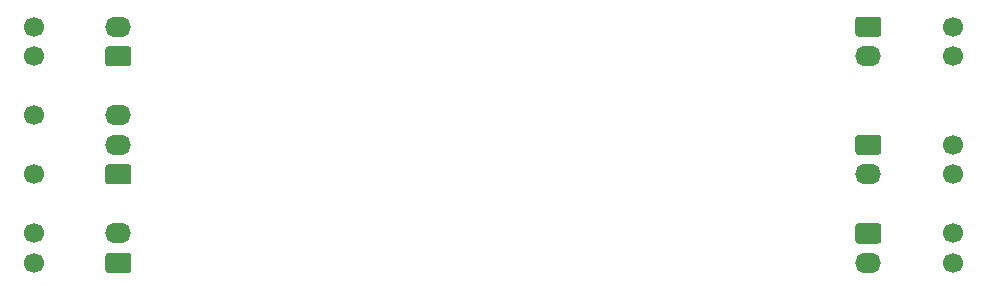
<source format=gbs>
G04 #@! TF.GenerationSoftware,KiCad,Pcbnew,(5.1.10)-1*
G04 #@! TF.CreationDate,2021-10-14T23:30:01+01:00*
G04 #@! TF.ProjectId,Battery,42617474-6572-4792-9e6b-696361645f70,rev?*
G04 #@! TF.SameCoordinates,Original*
G04 #@! TF.FileFunction,Soldermask,Bot*
G04 #@! TF.FilePolarity,Negative*
%FSLAX46Y46*%
G04 Gerber Fmt 4.6, Leading zero omitted, Abs format (unit mm)*
G04 Created by KiCad (PCBNEW (5.1.10)-1) date 2021-10-14 23:30:01*
%MOMM*%
%LPD*%
G01*
G04 APERTURE LIST*
%ADD10C,1.700000*%
%ADD11O,2.200000X1.700000*%
G04 APERTURE END LIST*
D10*
X179820000Y-60500000D03*
X179820000Y-63000000D03*
D11*
X187000000Y-60500000D03*
G36*
G01*
X188100000Y-62400000D02*
X188100000Y-63600000D01*
G75*
G02*
X187850000Y-63850000I-250000J0D01*
G01*
X186150000Y-63850000D01*
G75*
G02*
X185900000Y-63600000I0J250000D01*
G01*
X185900000Y-62400000D01*
G75*
G02*
X186150000Y-62150000I250000J0D01*
G01*
X187850000Y-62150000D01*
G75*
G02*
X188100000Y-62400000I0J-250000D01*
G01*
G37*
G36*
G01*
X249400000Y-53600000D02*
X249400000Y-52400000D01*
G75*
G02*
X249650000Y-52150000I250000J0D01*
G01*
X251350000Y-52150000D01*
G75*
G02*
X251600000Y-52400000I0J-250000D01*
G01*
X251600000Y-53600000D01*
G75*
G02*
X251350000Y-53850000I-250000J0D01*
G01*
X249650000Y-53850000D01*
G75*
G02*
X249400000Y-53600000I0J250000D01*
G01*
G37*
X250500000Y-55500000D03*
D10*
X257680000Y-53000000D03*
X257680000Y-55500000D03*
G36*
G01*
X249400000Y-61100000D02*
X249400000Y-59900000D01*
G75*
G02*
X249650000Y-59650000I250000J0D01*
G01*
X251350000Y-59650000D01*
G75*
G02*
X251600000Y-59900000I0J-250000D01*
G01*
X251600000Y-61100000D01*
G75*
G02*
X251350000Y-61350000I-250000J0D01*
G01*
X249650000Y-61350000D01*
G75*
G02*
X249400000Y-61100000I0J250000D01*
G01*
G37*
D11*
X250500000Y-63000000D03*
D10*
X257680000Y-60500000D03*
X257680000Y-63000000D03*
X179820000Y-43000000D03*
X179820000Y-45500000D03*
D11*
X187000000Y-43000000D03*
G36*
G01*
X188100000Y-44900000D02*
X188100000Y-46100000D01*
G75*
G02*
X187850000Y-46350000I-250000J0D01*
G01*
X186150000Y-46350000D01*
G75*
G02*
X185900000Y-46100000I0J250000D01*
G01*
X185900000Y-44900000D01*
G75*
G02*
X186150000Y-44650000I250000J0D01*
G01*
X187850000Y-44650000D01*
G75*
G02*
X188100000Y-44900000I0J-250000D01*
G01*
G37*
G36*
G01*
X249400000Y-43600000D02*
X249400000Y-42400000D01*
G75*
G02*
X249650000Y-42150000I250000J0D01*
G01*
X251350000Y-42150000D01*
G75*
G02*
X251600000Y-42400000I0J-250000D01*
G01*
X251600000Y-43600000D01*
G75*
G02*
X251350000Y-43850000I-250000J0D01*
G01*
X249650000Y-43850000D01*
G75*
G02*
X249400000Y-43600000I0J250000D01*
G01*
G37*
X250500000Y-45500000D03*
D10*
X257680000Y-43000000D03*
X257680000Y-45500000D03*
X179820000Y-50500000D03*
X179820000Y-55500000D03*
D11*
X187000000Y-50500000D03*
X187000000Y-53000000D03*
G36*
G01*
X188100000Y-54900000D02*
X188100000Y-56100000D01*
G75*
G02*
X187850000Y-56350000I-250000J0D01*
G01*
X186150000Y-56350000D01*
G75*
G02*
X185900000Y-56100000I0J250000D01*
G01*
X185900000Y-54900000D01*
G75*
G02*
X186150000Y-54650000I250000J0D01*
G01*
X187850000Y-54650000D01*
G75*
G02*
X188100000Y-54900000I0J-250000D01*
G01*
G37*
M02*

</source>
